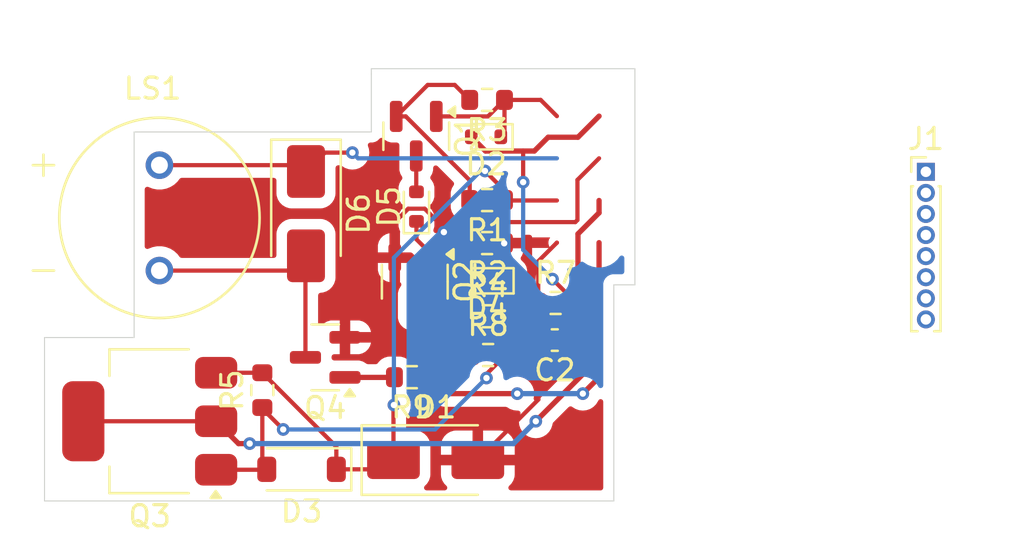
<source format=kicad_pcb>
(kicad_pcb (version 20240108) (generator "pcbnew") (generator_version "8.0")
  (layers (0 "F.Cu" signal) (31 "B.Cu" signal) (34 "B.Paste" user) (35 "F.Paste" user) (36 "B.SilkS" user "B.Silkscreen") (37 "F.SilkS" user "F.Silkscreen") (38 "B.Mask" user) (39 "F.Mask" user) (44 "Edge.Cuts" user))
  (net 0 "")
  (net 1 "GND")
  (net 2 "/BT_Read")
  (net 3 "/V_BAT+")
  (net 4 "/BT_PWR")
  (net 5 "Net-(D3-A)")
  (net 6 "Net-(D4-A)")
  (net 7 "Net-(D4-K)")
  (net 8 "Net-(D5-A)")
  (net 9 "/+5V")
  (net 10 "Net-(D6-A)")
  (net 11 "Net-(Q1-S)")
  (net 12 "Net-(Q2-D)")
  (net 13 "/KEY_PWR")
  (net 14 "Net-(Q4-B)")
  (net 15 "/Hold_PWR")
  (net 16 "/Buzzer")
  (footprint "Package_TO_SOT_SMD:SOT-23" (layer "F.Cu") (at 148.63 53.95 -90)
    (property "Reference" "Q1" (at 0 -2.4 90) (layer "F.SilkS"))
    (property "Value" "IRLML6402TRPBF")
    (fp_line (start 0 1.56) (end -0.65 1.56) (stroke (width 0.12)) (layer "F.SilkS"))
    (fp_line (start 0 1.56) (end 0.65 1.56) (stroke (width 0.12)) (layer "F.SilkS"))
    (fp_line (start 0 -1.56) (end -0.65 -1.56) (stroke (width 0.12)) (layer "F.SilkS"))
    (fp_line (start 0 -1.56) (end 0.65 -1.56) (stroke (width 0.12)) (layer "F.SilkS"))
    (fp_poly (pts (xy -1.1625 -1.51) (xy -1.4025 -1.84) (xy -0.9225 -1.84) (xy -1.1625 -1.51)) (stroke (width 0.12)) (fill solid) (layer "F.SilkS"))
    (pad "1" smd roundrect (at -0.9375 -0.95 270) (size 1.475 0.6) (layers "F.Cu" "F.Paste" "F.Mask") (net 4 "/BT_PWR"))
    (pad "2" smd roundrect (at -0.9375 0.95 270) (size 1.475 0.6) (layers "F.Cu" "F.Paste" "F.Mask") (net 11 "Net-(Q1-S)"))
    (pad "3" smd roundrect (at 0.9375 0 270) (size 1.475 0.6) (layers "F.Cu" "F.Paste" "F.Mask") (net 8 "Net-(D5-A)"))
  )
  (footprint "Package_TO_SOT_SMD:SOT-23" (layer "F.Cu") (at 144.3125 64.44 180)
    (property "Reference" "Q4" (at 0 -2.4 180) (layer "F.SilkS"))
    (property "Value" "BC847")
    (fp_line (start 0 1.56) (end 0.65 1.56) (stroke (width 0.12)) (layer "F.SilkS"))
    (fp_line (start 0 1.56) (end -0.65 1.56) (stroke (width 0.12)) (layer "F.SilkS"))
    (fp_line (start 0 -1.56) (end 0.65 -1.56) (stroke (width 0.12)) (layer "F.SilkS"))
    (fp_line (start 0 -1.56) (end -0.65 -1.56) (stroke (width 0.12)) (layer "F.SilkS"))
    (fp_poly (pts (xy -1.1625 -1.51) (xy -1.4025 -1.84) (xy -0.9225 -1.84) (xy -1.1625 -1.51)) (stroke (width 0.12)) (fill solid) (layer "F.SilkS"))
    (pad "1" smd roundrect (at -0.9375 -0.95 180) (size 1.475 0.6) (layers "F.Cu" "F.Paste" "F.Mask") (net 14 "Net-(Q4-B)"))
    (pad "2" smd roundrect (at -0.9375 0.95 180) (size 1.475 0.6) (layers "F.Cu" "F.Paste" "F.Mask") (net 1 "GND"))
    (pad "3" smd roundrect (at 0.9375 0 180) (size 1.475 0.6) (layers "F.Cu" "F.Paste" "F.Mask") (net 10 "Net-(D6-A)"))
  )
  (footprint "Diode_SMD:D_SOD-523" (layer "F.Cu") (at 151.9875 60.81 180)
    (property "Reference" "D4" (at 0 -1.3 180) (layer "F.SilkS"))
    (property "Value" "SBR0220T5-7")
    (fp_line (start 0.7 0.6) (end -1.26 0.6) (stroke (width 0.12)) (layer "F.SilkS"))
    (fp_line (start 0.7 -0.6) (end -1.26 -0.6) (stroke (width 0.12)) (layer "F.SilkS"))
    (fp_line (start -1.26 -0.6) (end -1.26 0.6) (stroke (width 0.12)) (layer "F.SilkS"))
    (pad "1" smd roundrect (at -0.7 0) (size 0.6 0.7) (layers "F.Cu" "F.Paste" "F.Mask") (net 7 "Net-(D4-K)"))
    (pad "2" smd roundrect (at 0.7 0) (size 0.6 0.7) (layers "F.Cu" "F.Paste" "F.Mask") (net 6 "Net-(D4-A)"))
  )
  (footprint "Resistor_SMD:R_0603_1608Metric" (layer "F.Cu") (at 151.99 52.23 180)
    (property "Reference" "R3" (at 0 -1.43 180) (layer "F.SilkS"))
    (property "Value" "100k")
    (fp_line (start -0.237258 0.5225) (end 0.237258 0.5225) (stroke (width 0.12)) (layer "F.SilkS"))
    (fp_line (start -0.237258 -0.5225) (end 0.237258 -0.5225) (stroke (width 0.12)) (layer "F.SilkS"))
    (pad "1" smd roundrect (at -0.825 0 180) (size 0.8 0.95) (layers "F.Cu" "F.Paste" "F.Mask") (net 4 "/BT_PWR"))
    (pad "2" smd roundrect (at 0.825 0 180) (size 0.8 0.95) (layers "F.Cu" "F.Paste" "F.Mask") (net 11 "Net-(Q1-S)"))
  )
  (footprint "Capacitor_SMD:C_0603_1608Metric" (layer "F.Cu") (at 155.2 63.62 180)
    (property "Reference" "C2" (at 0 -1.43 180) (layer "F.SilkS"))
    (property "Value" "100n")
    (fp_line (start -0.14058 0.51) (end 0.14058 0.51) (stroke (width 0.12)) (layer "F.SilkS"))
    (fp_line (start -0.14058 -0.51) (end 0.14058 -0.51) (stroke (width 0.12)) (layer "F.SilkS"))
    (pad "1" smd roundrect (at -0.775 0 180) (size 0.9 0.95) (layers "F.Cu" "F.Paste" "F.Mask") (net 2 "/BT_Read"))
    (pad "2" smd roundrect (at 0.775 0 180) (size 0.9 0.95) (layers "F.Cu" "F.Paste" "F.Mask") (net 1 "GND"))
  )
  (footprint "Package_TO_SOT_SMD:SOT-223-3_TabPin2" (layer "F.Cu") (at 135.99 67.47 180)
    (property "Reference" "Q3" (at 0 -4.5 180) (layer "F.SilkS"))
    (property "Value" "DMP10H400SE-13")
    (fp_line (start 1.91 3.41) (end 1.91 2.15) (stroke (width 0.12)) (layer "F.SilkS"))
    (fp_line (start 1.91 -3.41) (end 1.91 -2.15) (stroke (width 0.12)) (layer "F.SilkS"))
    (fp_line (start -1.85 3.41) (end 1.91 3.41) (stroke (width 0.12)) (layer "F.SilkS"))
    (fp_line (start -1.85 -3.41) (end 1.91 -3.41) (stroke (width 0.12)) (layer "F.SilkS"))
    (fp_poly (pts (xy -3.13 -3.31) (xy -3.37 -3.64) (xy -2.89 -3.64) (xy -3.13 -3.31)) (stroke (width 0.12)) (fill solid) (layer "F.SilkS"))
    (pad "1" smd roundrect (at -3.15 -2.3 180) (size 2 1.5) (layers "F.Cu" "F.Paste" "F.Mask") (net 5 "Net-(D3-A)"))
    (pad "2" smd roundrect (at -3.15 0 180) (size 2 1.5) (layers "F.Cu" "F.Paste" "F.Mask") (net 13 "/KEY_PWR"))
    (pad "2" smd roundrect (at 3.15 0 180) (size 2 3.8) (layers "F.Cu" "F.Paste" "F.Mask") (net 13 "/KEY_PWR"))
    (pad "3" smd roundrect (at -3.15 2.3 180) (size 2 1.5) (layers "F.Cu" "F.Paste" "F.Mask") (net 3 "/V_BAT+"))
  )
  (footprint "Resistor_SMD:R_0603_1608Metric" (layer "F.Cu") (at 151.99 56.98 180)
    (property "Reference" "R1" (at 0 -1.43 180) (layer "F.SilkS"))
    (property "Value" "39k")
    (fp_line (start -0.237258 0.5225) (end 0.237258 0.5225) (stroke (width 0.12)) (layer "F.SilkS"))
    (fp_line (start -0.237258 -0.5225) (end 0.237258 -0.5225) (stroke (width 0.12)) (layer "F.SilkS"))
    (pad "1" smd roundrect (at -0.825 0 180) (size 0.8 0.95) (layers "F.Cu" "F.Paste" "F.Mask") (net 3 "/V_BAT+"))
    (pad "2" smd roundrect (at 0.825 0 180) (size 0.8 0.95) (layers "F.Cu" "F.Paste" "F.Mask") (net 11 "Net-(Q1-S)"))
  )
  (footprint "Resistor_SMD:R_0603_1608Metric" (layer "F.Cu") (at 141.33 65.995 90)
    (property "Reference" "R5" (at 0 -1.43 -90) (layer "F.SilkS"))
    (property "Value" "1M")
    (fp_line (start -0.237258 -0.5225) (end 0.237258 -0.5225) (stroke (width 0.12)) (layer "F.SilkS"))
    (fp_line (start -0.237258 0.5225) (end 0.237258 0.5225) (stroke (width 0.12)) (layer "F.SilkS"))
    (pad "1" smd roundrect (at -0.825 0 90) (size 0.8 0.95) (layers "F.Cu" "F.Paste" "F.Mask") (net 5 "Net-(D3-A)"))
    (pad "2" smd roundrect (at 0.825 0 90) (size 0.8 0.95) (layers "F.Cu" "F.Paste" "F.Mask") (net 3 "/V_BAT+"))
  )
  (footprint "Resistor_SMD:R_0603_1608Metric" (layer "F.Cu") (at 152.02 62.49)
    (property "Reference" "R4" (at 0 -1.43 0) (layer "F.SilkS"))
    (property "Value" "100")
    (fp_line (start -0.237258 -0.5225) (end 0.237258 -0.5225) (stroke (width 0.12)) (layer "F.SilkS"))
    (fp_line (start -0.237258 0.5225) (end 0.237258 0.5225) (stroke (width 0.12)) (layer "F.SilkS"))
    (pad "1" smd roundrect (at -0.825 0) (size 0.8 0.95) (layers "F.Cu" "F.Paste" "F.Mask") (net 6 "Net-(D4-A)"))
    (pad "2" smd roundrect (at 0.825 0) (size 0.8 0.95) (layers "F.Cu" "F.Paste" "F.Mask") (net 15 "/Hold_PWR"))
  )
  (footprint "AI-1027-TWT-3V-R:XDCR_AI-1027-TWT-3V-R" (layer "F.Cu") (at 136.45 57.825)
    (property "Reference" "LS1" (at -0.325 -6.135 0) (layer "F.SilkS"))
    (property "Value" "AI-1027-TWT-3V-R")
    (fp_line (start -6 -2.5) (end -5 -2.5) (stroke (width 0.127)) (layer "F.SilkS"))
    (fp_line (start -6 2.5) (end -5 2.5) (stroke (width 0.127)) (layer "F.SilkS"))
    (fp_line (start -5.5 -3) (end -5.5 -2) (stroke (width 0.127)) (layer "F.SilkS"))
    (fp_circle (center 0 0) (end 4.75 0) (stroke (width 0.127)) (fill none) (layer "F.SilkS"))
    (pad "N" thru_hole circle (at 0 2.5) (size 1.308 1.308) (drill 0.8) (layers "*.Cu" "*.Mask") (net 10 "Net-(D6-A)"))
    (pad "P" thru_hole circle (at 0 -2.5) (size 1.308 1.308) (drill 0.8) (layers "*.Cu" "*.Mask") (net 9 "/+5V"))
  )
  (footprint "Resistor_SMD:R_0603_1608Metric" (layer "F.Cu") (at 152.04 64.33)
    (property "Reference" "R8" (at 0 -1.43 0) (layer "F.SilkS"))
    (property "Value" "2.2M")
    (fp_line (start -0.237258 -0.5225) (end 0.237258 -0.5225) (stroke (width 0.12)) (layer "F.SilkS"))
    (fp_line (start -0.237258 0.5225) (end 0.237258 0.5225) (stroke (width 0.12)) (layer "F.SilkS"))
    (pad "1" smd roundrect (at -0.825 0) (size 0.8 0.95) (layers "F.Cu" "F.Paste" "F.Mask") (net 12 "Net-(Q2-D)"))
    (pad "2" smd roundrect (at 0.825 0) (size 0.8 0.95) (layers "F.Cu" "F.Paste" "F.Mask") (net 5 "Net-(D3-A)"))
  )
  (footprint "Diode_SMD:D_SOD-123" (layer "F.Cu") (at 143.19 69.75 180)
    (property "Reference" "D3" (at 0 -2 180) (layer "F.SilkS"))
    (property "Value" "MMSZ5246BQ-13-F")
    (fp_line (start -2.36 1) (end 1.65 1) (stroke (width 0.12)) (layer "F.SilkS"))
    (fp_line (start -2.36 -1) (end 1.65 -1) (stroke (width 0.12)) (layer "F.SilkS"))
    (fp_line (start -2.36 -1) (end -2.36 1) (stroke (width 0.12)) (layer "F.SilkS"))
    (pad "1" smd roundrect (at -1.65 0 180) (size 0.9 1.2) (layers "F.Cu" "F.Paste" "F.Mask") (net 3 "/V_BAT+"))
    (pad "2" smd roundrect (at 1.65 0 180) (size 0.9 1.2) (layers "F.Cu" "F.Paste" "F.Mask") (net 5 "Net-(D3-A)"))
  )
  (footprint "Resistor_SMD:R_0603_1608Metric" (layer "F.Cu") (at 151.99 59.02 180)
    (property "Reference" "R2" (at 0 -1.43 180) (layer "F.SilkS"))
    (property "Value" "2.2k")
    (fp_line (start -0.237258 0.5225) (end 0.237258 0.5225) (stroke (width 0.12)) (layer "F.SilkS"))
    (fp_line (start -0.237258 -0.5225) (end 0.237258 -0.5225) (stroke (width 0.12)) (layer "F.SilkS"))
    (pad "1" smd roundrect (at -0.825 0 180) (size 0.8 0.95) (layers "F.Cu" "F.Paste" "F.Mask") (net 1 "GND"))
    (pad "2" smd roundrect (at 0.825 0 180) (size 0.8 0.95) (layers "F.Cu" "F.Paste" "F.Mask") (net 11 "Net-(Q1-S)"))
  )
  (footprint "Diode_SMD:D_SMA" (layer "F.Cu") (at 149.55 69.31)
    (property "Reference" "D1" (at 0 -2.5 0) (layer "F.SilkS"))
    (property "Value" "SMAJ60A-E3/5A")
    (fp_line (start -3.51 -1.65) (end -3.51 1.65) (stroke (width 0.12)) (layer "F.SilkS"))
    (fp_line (start -3.51 -1.65) (end 2 -1.65) (stroke (width 0.12)) (layer "F.SilkS"))
    (fp_line (start -3.51 1.65) (end 2 1.65) (stroke (width 0.12)) (layer "F.SilkS"))
    (pad "1" smd roundrect (at -2 0) (size 2.5 1.8) (layers "F.Cu" "F.Paste" "F.Mask") (roundrect_rratio 0.1388888889) (net 3 "/V_BAT+"))
    (pad "2" smd roundrect (at 2 0) (size 2.5 1.8) (layers "F.Cu" "F.Paste" "F.Mask") (roundrect_rratio 0.1388888889) (net 1 "GND"))
  )
  (footprint "Diode_SMD:D_SMA" (layer "F.Cu") (at 143.4 57.625 -90)
    (property "Reference" "D6" (at 0 -2.5 90) (layer "F.SilkS"))
    (property "Value" "MRA4007T3G")
    (fp_line (start -3.51 1.65) (end 2 1.65) (stroke (width 0.12)) (layer "F.SilkS"))
    (fp_line (start -3.51 -1.65) (end -3.51 1.65) (stroke (width 0.12)) (layer "F.SilkS"))
    (fp_line (start -3.51 -1.65) (end 2 -1.65) (stroke (width 0.12)) (layer "F.SilkS"))
    (pad "1" smd roundrect (at -2 0 270) (size 2.5 1.8) (layers "F.Cu" "F.Paste" "F.Mask") (roundrect_rratio 0.1388888889) (net 9 "/+5V"))
    (pad "2" smd roundrect (at 2 0 270) (size 2.5 1.8) (layers "F.Cu" "F.Paste" "F.Mask") (roundrect_rratio 0.1388888889) (net 10 "Net-(D6-A)"))
  )
  (footprint "Resistor_SMD:R_0603_1608Metric" (layer "F.Cu") (at 155.24 61.86)
    (property "Reference" "R7" (at 0 -1.43 0) (layer "F.SilkS"))
    (property "Value" "10k")
    (fp_line (start -0.237258 -0.5225) (end 0.237258 -0.5225) (stroke (width 0.12)) (layer "F.SilkS"))
    (fp_line (start -0.237258 0.5225) (end 0.237258 0.5225) (stroke (width 0.12)) (layer "F.SilkS"))
    (pad "1" smd roundrect (at -0.825 0) (size 0.8 0.95) (layers "F.Cu" "F.Paste" "F.Mask") (net 1 "GND"))
    (pad "2" smd roundrect (at 0.825 0) (size 0.8 0.95) (layers "F.Cu" "F.Paste" "F.Mask") (net 2 "/BT_Read"))
  )
  (footprint "Resistor_SMD:R_0603_1608Metric" (layer "F.Cu") (at 148.42 65.38 180)
    (property "Reference" "R9" (at 0 -1.43 180) (layer "F.SilkS"))
    (property "Value" "3.3k")
    (fp_line (start -0.237258 0.5225) (end 0.237258 0.5225) (stroke (width 0.12)) (layer "F.SilkS"))
    (fp_line (start -0.237258 -0.5225) (end 0.237258 -0.5225) (stroke (width 0.12)) (layer "F.SilkS"))
    (pad "1" smd roundrect (at -0.825 0 180) (size 0.8 0.95) (layers "F.Cu" "F.Paste" "F.Mask") (net 16 "/Buzzer"))
    (pad "2" smd roundrect (at 0.825 0 180) (size 0.8 0.95) (layers "F.Cu" "F.Paste" "F.Mask") (net 14 "Net-(Q4-B)"))
  )
  (footprint "Diode_SMD:D_SOD-523" (layer "F.Cu") (at 148.64 57.29 90)
    (property "Reference" "D5" (at 0 -1.3 -90) (layer "F.SilkS"))
    (property "Value" "SBR0220T5-7")
    (fp_line (start 0.7 -0.6) (end -1.26 -0.6) (stroke (width 0.12)) (layer "F.SilkS"))
    (fp_line (start -1.26 -0.6) (end -1.26 0.6) (stroke (width 0.12)) (layer "F.SilkS"))
    (fp_line (start 0.7 0.6) (end -1.26 0.6) (stroke (width 0.12)) (layer "F.SilkS"))
    (pad "1" smd roundrect (at -0.7 0 270) (size 0.6 0.7) (layers "F.Cu" "F.Paste" "F.Mask") (net 7 "Net-(D4-K)"))
    (pad "2" smd roundrect (at 0.7 0 270) (size 0.6 0.7) (layers "F.Cu" "F.Paste" "F.Mask") (net 8 "Net-(D5-A)"))
  )
  (footprint "Package_TO_SOT_SMD:SOT-23-3" (layer "F.Cu") (at 148.56 60.85 -90)
    (property "Reference" "Q2" (at 0 -2.4 90) (layer "F.SilkS"))
    (property "Value" "BSS123-7-F")
    (fp_line (start 0 1.56) (end -0.8 1.56) (stroke (width 0.12)) (layer "F.SilkS"))
    (fp_line (start 0 1.56) (end 0.8 1.56) (stroke (width 0.12)) (layer "F.SilkS"))
    (fp_line (start 0 -1.56) (end -0.8 -1.56) (stroke (width 0.12)) (layer "F.SilkS"))
    (fp_line (start 0 -1.56) (end 0.8 -1.56) (stroke (width 0.12)) (layer "F.SilkS"))
    (fp_poly (pts (xy -1.3 -1.51) (xy -1.54 -1.84) (xy -1.06 -1.84) (xy -1.3 -1.51)) (stroke (width 0.12)) (fill solid) (layer "F.SilkS"))
    (pad "1" smd roundrect (at -1.1375 -0.95 270) (size 1.325 0.6) (layers "F.Cu" "F.Paste" "F.Mask") (net 7 "Net-(D4-K)"))
    (pad "2" smd roundrect (at -1.1375 0.95 270) (size 1.325 0.6) (layers "F.Cu" "F.Paste" "F.Mask") (net 1 "GND"))
    (pad "3" smd roundrect (at 1.1375 0 270) (size 1.325 0.6) (layers "F.Cu" "F.Paste" "F.Mask") (net 12 "Net-(Q2-D)"))
  )
  (footprint "Connector_PinHeader_1.00mm:PinHeader_1x08_P1.00mm_Vertical" (layer "F.Cu") (at 172.8 55.64)
    (property "Reference" "J1" (at 0 -1.56 0) (layer "F.SilkS"))
    (property "Value" "Conn_01x08")
    (fp_line (start -0.695 -0.685) (end 0 -0.685) (stroke (width 0.12)) (layer "F.SilkS"))
    (fp_line (start -0.695 0) (end -0.695 -0.685) (stroke (width 0.12)) (layer "F.SilkS"))
    (fp_line (start -0.695 0.685) (end -0.695 7.56) (stroke (width 0.12)) (layer "F.SilkS"))
    (fp_line (start -0.695 0.685) (end -0.608276 0.685) (stroke (width 0.12)) (layer "F.SilkS"))
    (fp_line (start -0.695 7.56) (end -0.394493 7.56) (stroke (width 0.12)) (layer "F.SilkS"))
    (fp_line (start 0.394493 7.56) (end 0.695 7.56) (stroke (width 0.12)) (layer "F.SilkS"))
    (fp_line (start 0.608276 0.685) (end 0.695 0.685) (stroke (width 0.12)) (layer "F.SilkS"))
    (fp_line (start 0.695 0.685) (end 0.695 7.56) (stroke (width 0.12)) (layer "F.SilkS"))
    (pad "1" thru_hole rect (at 0 0) (size 0.85 0.85) (drill 0.5) (layers "*.Cu" "*.Mask") (net 2 "/BT_Read"))
    (pad "2" thru_hole oval (at 0 1) (size 0.85 0.85) (drill 0.5) (layers "*.Cu" "*.Mask") (net 4 "/BT_PWR"))
    (pad "3" thru_hole oval (at 0 2) (size 0.85 0.85) (drill 0.5) (layers "*.Cu" "*.Mask") (net 15 "/Hold_PWR"))
    (pad "4" thru_hole oval (at 0 3) (size 0.85 0.85) (drill 0.5) (layers "*.Cu" "*.Mask") (net 13 "/KEY_PWR"))
    (pad "5" thru_hole oval (at 0 4) (size 0.85 0.85) (drill 0.5) (layers "*.Cu" "*.Mask") (net 13 "/KEY_PWR"))
    (pad "6" thru_hole oval (at 0 5) (size 0.85 0.85) (drill 0.5) (layers "*.Cu" "*.Mask") (net 3 "/V_BAT+"))
    (pad "7" thru_hole oval (at 0 6) (size 0.85 0.85) (drill 0.5) (layers "*.Cu" "*.Mask") (net 1 "GND"))
    (pad "8" thru_hole oval (at 0 7) (size 0.85 0.85) (drill 0.5) (layers "*.Cu" "*.Mask") (net 1 "GND"))
  )
  (footprint "Diode_SMD:D_SOD-523" (layer "F.Cu") (at 151.94 53.98 180)
    (property "Reference" "D2" (at 0 -1.3 180) (layer "F.SilkS"))
    (property "Value" "SBR0220T5-7")
    (fp_line (start 0.7 0.6) (end -1.26 0.6) (stroke (width 0.12)) (layer "F.SilkS"))
    (fp_line (start 0.7 -0.6) (end -1.26 -0.6) (stroke (width 0.12)) (layer "F.SilkS"))
    (fp_line (start -1.26 -0.6) (end -1.26 0.6) (stroke (width 0.12)) (layer "F.SilkS"))
    (pad "1" smd roundrect (at -0.7 0) (size 0.6 0.7) (layers "F.Cu" "F.Paste" "F.Mask") (net 4 "/BT_PWR"))
    (pad "2" smd roundrect (at 0.7 0) (size 0.6 0.7) (layers "F.Cu" "F.Paste" "F.Mask") (net 2 "/BT_Read"))
  )
  (gr_line (start 135.5 53.75) (end 146.5 53.75) (stroke (width 0.05)) (layer "Edge.Cuts"))
  (gr_line (start 135.25 53.75) (end 135.25 63.5) (stroke (width 0.05)) (layer "Edge.Cuts"))
  (gr_line (start 146.5 51) (end 146.5 53.75) (stroke (width 0.05)) (layer "Edge.Cuts"))
  (gr_line (start 146.5 50.75) (end 159 50.75) (stroke (width 0.05)) (layer "Edge.Cuts"))
  (gr_line (start 131 71.25) (end 158 71.25) (stroke (width 0.05)) (layer "Edge.Cuts"))
  (gr_line (start 131 71.25) (end 131 63.5) (stroke (width 0.05)) (layer "Edge.Cuts"))
  (gr_line (start 135.5 53.75) (end 135.25 53.75) (stroke (width 0.05)) (layer "Edge.Cuts"))
  (gr_line (start 146.5 51) (end 146.5 50.75) (stroke (width 0.05)) (layer "Edge.Cuts"))
  (gr_line (start 135 63.5) (end 131 63.5) (stroke (width 0.05)) (layer "Edge.Cuts"))
  (gr_line (start 158 61) (end 159 61) (stroke (width 0.05)) (layer "Edge.Cuts"))
  (gr_line (start 159 50.75) (end 159 61) (stroke (width 0.05)) (layer "Edge.Cuts"))
  (gr_line (start 135 63.5) (end 135.25 63.5) (stroke (width 0.05)) (layer "Edge.Cuts"))
  (gr_line (start 158 61) (end 158 71.25) (stroke (width 0.05)) (layer "Edge.Cuts"))
  (segment (start 154.415 63.61) (end 154.425 63.62) (width 0.2) (layer "F.Cu") (net 1))
  (segment (start 149.94 58.5) (end 149.94 58.299448) (width 0.2) (layer "F.Cu") (net 1))
  (segment (start 154.425 63.62) (end 154.425 66.435) (width 0.2) (layer "F.Cu") (net 1))
  (segment (start 149.94 58.299448) (end 149.030552 57.39) (width 0.2) (layer "F.Cu") (net 1))
  (segment (start 154.425 66.435) (end 151.55 69.31) (width 0.2) (layer "F.Cu") (net 1))
  (segment (start 155.28 59.02) (end 155.3 59) (width 0.2) (layer "F.Cu") (net 1))
  (segment (start 147.61 58.029448) (end 147.61 59.7125) (width 0.2) (layer "F.Cu") (net 1))
  (segment (start 149.030552 57.39) (end 148.249448 57.39) (width 0.2) (layer "F.Cu") (net 1))
  (segment (start 155.3 59) (end 154.415 59.885) (width 0.2) (layer "F.Cu") (net 1))
  (segment (start 154.415 59.885) (end 154.415 61.86) (width 0.2) (layer "F.Cu") (net 1))
  (segment (start 148.249448 57.39) (end 147.61 58.029448) (width 0.2) (layer "F.Cu") (net 1))
  (via (at 152.8 59.03) (size 0.6) (drill 0.3) (layers "F.Cu" "B.Cu") (net 1))
  (via (at 149.94 58.5) (size 0.6) (drill 0.3) (layers "F.Cu" "B.Cu") (net 1))
  (segment (start 152.64 59.19) (end 152.8 59.03) (width 0.2) (layer "B.Cu") (net 1))
  (segment (start 149.94 58.5) (end 151.02 58.5) (width 0.2) (layer "B.Cu") (net 1))
  (segment (start 151.71 59.19) (end 152.64 59.19) (width 0.2) (layer "B.Cu") (net 1))
  (segment (start 151.02 58.5) (end 151.71 59.19) (width 0.2) (layer "B.Cu") (net 1))
  (segment (start 154.230786 54.655) (end 154.885786 54) (width 0.25) (layer "F.Cu") (net 2))
  (segment (start 155.975 61.95) (end 156.065 61.86) (width 0.2) (layer "F.Cu") (net 2))
  (segment (start 151.24 53.98) (end 151.915 54.655) (width 0.25) (layer "F.Cu") (net 2))
  (segment (start 156.065 61.86) (end 156.065 61.705) (width 0.2) (layer "F.Cu") (net 2))
  (segment (start 153.7 54.655) (end 154.230786 54.655) (width 0.25) (layer "F.Cu") (net 2))
  (segment (start 156.065 61.705) (end 155.09 60.73) (width 0.2) (layer "F.Cu") (net 2))
  (segment (start 155.975 63.62) (end 155.975 61.95) (width 0.2) (layer "F.Cu") (net 2))
  (segment (start 156.3 54) (end 157.3 53) (width 0.25) (layer "F.Cu") (net 2))
  (segment (start 154.885786 54) (end 156.3 54) (width 0.25) (layer "F.Cu") (net 2))
  (segment (start 151.915 54.655) (end 153.7 54.655) (width 0.25) (layer "F.Cu") (net 2))
  (segment (start 153.7 56.13) (end 153.7 54.655) (width 0.2) (layer "F.Cu") (net 2))
  (via (at 153.7 56.13) (size 0.6) (drill 0.3) (layers "F.Cu" "B.Cu") (net 2))
  (via (at 155.09 60.73) (size 0.6) (drill 0.3) (layers "F.Cu" "B.Cu") (net 2))
  (segment (start 153.7 59.34) (end 153.7 56.13) (width 0.2) (layer "B.Cu") (net 2))
  (segment (start 155.09 60.73) (end 153.7 59.34) (width 0.2) (layer "B.Cu") (net 2))
  (segment (start 152.815 56.525) (end 151.89 55.6) (width 0.2) (layer "F.Cu") (net 3))
  (segment (start 144.84 68.68) (end 144.84 69.75) (width 0.2) (layer "F.Cu") (net 3))
  (segment (start 155.3 57) (end 152.835 57) (width 0.2) (layer "F.Cu") (net 3))
  (segment (start 147.55 66.72) (end 147.55 69.31) (width 0.2) (layer "F.Cu") (net 3))
  (segment (start 147.57 66.7) (end 147.55 66.72) (width 0.2) (layer "F.Cu") (net 3))
  (segment (start 141.33 65.17) (end 144.84 68.68) (width 0.2) (layer "F.Cu") (net 3))
  (segment (start 139.14 65.17) (end 141.33 65.17) (width 0.2) (layer "F.Cu") (net 3))
  (segment (start 144.84 69.75) (end 147.11 69.75) (width 0.2) (layer "F.Cu") (net 3))
  (segment (start 147.11 69.75) (end 147.55 69.31) (width 0.2) (layer "F.Cu") (net 3))
  (segment (start 152.835 57) (end 152.815 56.98) (width 0.2) (layer "F.Cu") (net 3))
  (segment (start 152.815 56.98) (end 152.815 56.525) (width 0.2) (layer "F.Cu") (net 3))
  (via (at 151.89 55.6) (size 0.6) (drill 0.3) (layers "F.Cu" "B.Cu") (net 3))
  (via (at 147.57 66.7) (size 0.6) (drill 0.3) (layers "F.Cu" "B.Cu") (net 3))
  (segment (start 147.57 59.711471) (end 147.57 66.7) (width 0.2) (layer "B.Cu") (net 3))
  (segment (start 151.89 55.6) (end 151.681471 55.6) (width 0.2) (layer "B.Cu") (net 3))
  (segment (start 151.681471 55.6) (end 147.57 59.711471) (width 0.2) (layer "B.Cu") (net 3))
  (segment (start 152.815 52.23) (end 152.815 53.805) (width 0.2) (layer "F.Cu") (net 4))
  (segment (start 152.815 52.23) (end 154.53 52.23) (width 0.2) (layer "F.Cu") (net 4))
  (segment (start 152.0325 53.0125) (end 149.58 53.0125) (width 0.2) (layer "F.Cu") (net 4))
  (segment (start 152.815 53.805) (end 152.64 53.98) (width 0.2) (layer "F.Cu") (net 4))
  (segment (start 152.815 52.23) (end 152.0325 53.0125) (width 0.2) (layer "F.Cu") (net 4))
  (segment (start 154.53 52.23) (end 155.3 53) (width 0.2) (layer "F.Cu") (net 4))
  (segment (start 141.52 69.77) (end 141.54 69.75) (width 0.2) (layer "F.Cu") (net 5))
  (segment (start 141.33 66.87) (end 142.32 67.86) (width 0.2) (layer "F.Cu") (net 5))
  (segment (start 151.96 65.42) (end 151.96 65.235) (width 0.2) (layer "F.Cu") (net 5))
  (segment (start 151.96 65.235) (end 152.865 64.33) (width 0.2) (layer "F.Cu") (net 5))
  (segment (start 139.14 69.77) (end 141.52 69.77) (width 0.2) (layer "F.Cu") (net 5))
  (segment (start 141.33 66.82) (end 141.33 69.54) (width 0.2) (layer "F.Cu") (net 5))
  (segment (start 141.33 66.82) (end 141.33 66.87) (width 0.2) (layer "F.Cu") (net 5))
  (segment (start 141.33 69.54) (end 141.54 69.75) (width 0.2) (layer "F.Cu") (net 5))
  (via (at 142.32 67.86) (size 0.6) (drill 0.3) (layers "F.Cu" "B.Cu") (net 5))
  (via (at 151.96 65.42) (size 0.6) (drill 0.3) (layers "F.Cu" "B.Cu") (net 5))
  (segment (start 142.32 67.86) (end 149.52 67.86) (width 0.2) (layer "B.Cu") (net 5))
  (segment (start 149.52 67.86) (end 151.96 65.42) (width 0.2) (layer "B.Cu") (net 5))
  (segment (start 151.2875 62.3975) (end 151.195 62.49) (width 0.25) (layer "F.Cu") (net 6))
  (segment (start 151.2875 60.81) (end 151.2875 62.3975) (width 0.25) (layer "F.Cu") (net 6))
  (segment (start 149.97 60.16) (end 152.0375 60.16) (width 0.2) (layer "F.Cu") (net 7))
  (segment (start 148.64 57.99) (end 148.64 58.8425) (width 0.2) (layer "F.Cu") (net 7))
  (segment (start 148.64 58.8425) (end 149.51 59.7125) (width 0.2) (layer "F.Cu") (net 7))
  (segment (start 149.5225 59.7125) (end 149.97 60.16) (width 0.2) (layer "F.Cu") (net 7))
  (segment (start 149.51 59.7125) (end 149.5225 59.7125) (width 0.2) (layer "F.Cu") (net 7))
  (segment (start 152.0375 60.16) (end 152.6875 60.81) (width 0.2) (layer "F.Cu") (net 7))
  (segment (start 148.63 56.58) (end 148.64 56.59) (width 0.2) (layer "F.Cu") (net 8))
  (segment (start 148.63 54.8875) (end 148.63 56.58) (width 0.2) (layer "F.Cu") (net 8))
  (segment (start 143.1 55.325) (end 143.4 55.625) (width 0.2) (layer "F.Cu") (net 9))
  (segment (start 145.6 54.73) (end 144.295 54.73) (width 0.2) (layer "F.Cu") (net 9))
  (segment (start 136.45 55.325) (end 143.1 55.325) (width 0.2) (layer "F.Cu") (net 9))
  (segment (start 144.295 54.73) (end 143.4 55.625) (width 0.2) (layer "F.Cu") (net 9))
  (via (at 145.6 54.73) (size 0.6) (drill 0.3) (layers "F.Cu" "B.Cu") (net 9))
  (segment (start 145.6 54.73) (end 145.87 55) (width 0.2) (layer "B.Cu") (net 9))
  (segment (start 145.87 55) (end 155.3 55) (width 0.2) (layer "B.Cu") (net 9))
  (segment (start 142.7 60.325) (end 143.4 59.625) (width 0.2) (layer "F.Cu") (net 10))
  (segment (start 143.4 59.74) (end 143.375 59.765) (width 0.2) (layer "F.Cu") (net 10))
  (segment (start 136.45 60.325) (end 142.7 60.325) (width 0.2) (layer "F.Cu") (net 10))
  (segment (start 143.375 59.765) (end 143.375 64.44) (width 0.2) (layer "F.Cu") (net 10))
  (segment (start 143.4 59.625) (end 143.4 59.74) (width 0.2) (layer "F.Cu") (net 10))
  (segment (start 150.455 51.52) (end 151.165 52.23) (width 0.2) (layer "F.Cu") (net 11))
  (segment (start 149.1725 51.52) (end 150.455 51.52) (width 0.2) (layer "F.Cu") (net 11))
  (segment (start 147.68 53.0125) (end 149.1725 51.52) (width 0.2) (layer "F.Cu") (net 11))
  (segment (start 151.165 56.98) (end 151.165 59.02) (width 0.2) (layer "F.Cu") (net 11))
  (segment (start 148.133052 53.0125) (end 147.68 53.0125) (width 0.2) (layer "F.Cu") (net 11))
  (segment (start 151.165 56.98) (end 151.165 56.044448) (width 0.2) (layer "F.Cu") (net 11))
  (segment (start 151.165 56.044448) (end 148.133052 53.0125) (width 0.2) (layer "F.Cu") (net 11))
  (segment (start 150.9025 64.33) (end 151.215 64.33) (width 0.2) (layer "F.Cu") (net 12))
  (segment (start 148.56 61.9875) (end 150.9025 64.33) (width 0.2) (layer "F.Cu") (net 12))
  (segment (start 140.73 68.53) (end 140.2 68.53) (width 0.25) (layer "F.Cu") (net 13))
  (segment (start 140.2 68.53) (end 139.14 67.47) (width 0.25) (layer "F.Cu") (net 13))
  (segment (start 156.79 61.23) (end 156.79 64.98) (width 0.25) (layer "F.Cu") (net 13))
  (segment (start 156.3 58.585786) (end 156.3 60.74) (width 0.25) (layer "F.Cu") (net 13))
  (segment (start 156.79 64.98) (end 154.3 67.47) (width 0.25) (layer "F.Cu") (net 13))
  (segment (start 132.84 67.47) (end 139.14 67.47) (width 0.2) (layer "F.Cu") (net 13))
  (segment (start 157.3 57.585786) (end 156.3 58.585786) (width 0.25) (layer "F.Cu") (net 13))
  (segment (start 157.3 57) (end 157.3 57.585786) (width 0.25) (layer "F.Cu") (net 13))
  (segment (start 156.3 60.74) (end 156.79 61.23) (width 0.25) (layer "F.Cu") (net 13))
  (via (at 140.73 68.53) (size 0.6) (drill 0.3) (layers "F.Cu" "B.Cu") (net 13))
  (via (at 154.3 67.47) (size 0.6) (drill 0.3) (layers "F.Cu" "B.Cu") (net 13))
  (segment (start 153.24 68.53) (end 140.73 68.53) (width 0.25) (layer "B.Cu") (net 13))
  (segment (start 154.3 67.47) (end 153.24 68.53) (width 0.25) (layer "B.Cu") (net 13))
  (segment (start 145.25 65.39) (end 147.585 65.39) (width 0.25) (layer "F.Cu") (net 14))
  (segment (start 147.585 65.39) (end 147.595 65.38) (width 0.25) (layer "F.Cu") (net 14))
  (segment (start 156.175 58.025) (end 152.622352 58.025) (width 0.2) (layer "F.Cu") (net 15))
  (segment (start 152.725 59.795) (end 153.2875 60.3575) (width 0.2) (layer "F.Cu") (net 15))
  (segment (start 156.275 57.925) (end 156.175 58.025) (width 0.2) (layer "F.Cu") (net 15))
  (segment (start 153.2875 60.3575) (end 153.2875 62.0475) (width 0.2) (layer "F.Cu") (net 15))
  (segment (start 156.275 56.025) (end 156.275 57.925) (width 0.2) (layer "F.Cu") (net 15))
  (segment (start 153.2875 62.0475) (end 152.845 62.49) (width 0.2) (layer "F.Cu") (net 15))
  (segment (start 152.115 59.507648) (end 152.402352 59.795) (width 0.2) (layer "F.Cu") (net 15))
  (segment (start 157.3 55) (end 156.275 56.025) (width 0.2) (layer "F.Cu") (net 15))
  (segment (start 152.622352 58.025) (end 152.115 58.532352) (width 0.2) (layer "F.Cu") (net 15))
  (segment (start 152.402352 59.795) (end 152.725 59.795) (width 0.2) (layer "F.Cu") (net 15))
  (segment (start 152.115 58.532352) (end 152.115 59.507648) (width 0.2) (layer "F.Cu") (net 15))
  (segment (start 150.025 66.16) (end 153.42 66.16) (width 0.25) (layer "F.Cu") (net 16))
  (segment (start 156.53 66.16) (end 157.3 65.39) (width 0.25) (layer "F.Cu") (net 16))
  (segment (start 149.245 65.38) (end 150.025 66.16) (width 0.25) (layer "F.Cu") (net 16))
  (segment (start 157.3 65.39) (end 157.3 59) (width 0.25) (layer "F.Cu") (net 16))
  (via (at 153.42 66.16) (size 0.6) (drill 0.3) (layers "F.Cu" "B.Cu") (net 16))
  (via (at 156.53 66.16) (size 0.6) (drill 0.3) (layers "F.Cu" "B.Cu") (net 16))
  (segment (start 156.53 66.16) (end 153.42 66.16) (width 0.25) (layer "B.Cu") (net 16))
  (zone (net 1) (net_name "GND") (layers "F&B.Cu") (connect_pads (clearance 0.5)) (min_thickness 0.25) (fill yes (thermal_gap 0.5) (thermal_bridge_width 0.5))
    (polygon (pts (xy 135.25 53.75) (xy 146.5 53.75) (xy 146.5 50.75) (xy 159 50.75) (xy 159 61) (xy 158 61) (xy 158 71.25) (xy 131 71.25) (xy 131 63.5) (xy 135.25 63.5)))
  )
)
</source>
